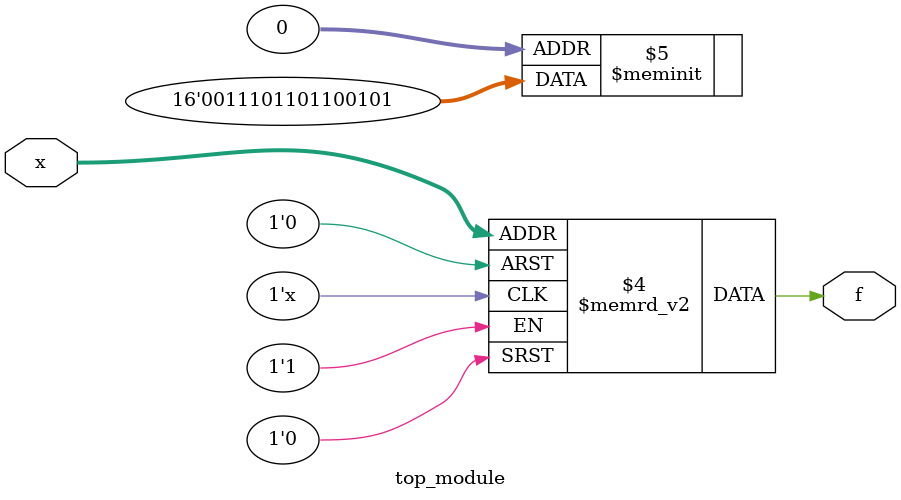
<source format=sv>
module top_module (
	input [4:1] x,
	output logic f
);

always_comb begin
	case(x)
		4'b0000: f = 1; // Choose whatever value is convenient for don't-care
		4'b0001: f = 0;
		4'b0010: f = 1; // Choose whatever value is convenient for don't-care
		4'b0011: f = 0;
		4'b0100: f = 0;
		4'b0101: f = 1;
		4'b0110: f = 1;
		4'b0111: f = 0; // Choose whatever value is convenient for don't-care
		4'b1000: f = 1; // Choose whatever value is convenient for don't-care
		4'b1001: f = 1;
		4'b1010: f = 0;
		4'b1011: f = 1; // Choose whatever value is convenient for don't-care
		4'b1100: f = 1; // Choose whatever value is convenient for don't-care
		4'b1101: f = 1;
		4'b1110: f = 0; // Choose whatever value is convenient for don't-care
		4'b1111: f = 0; // Choose whatever value is convenient for don't-care
	endcase
end

endmodule

</source>
